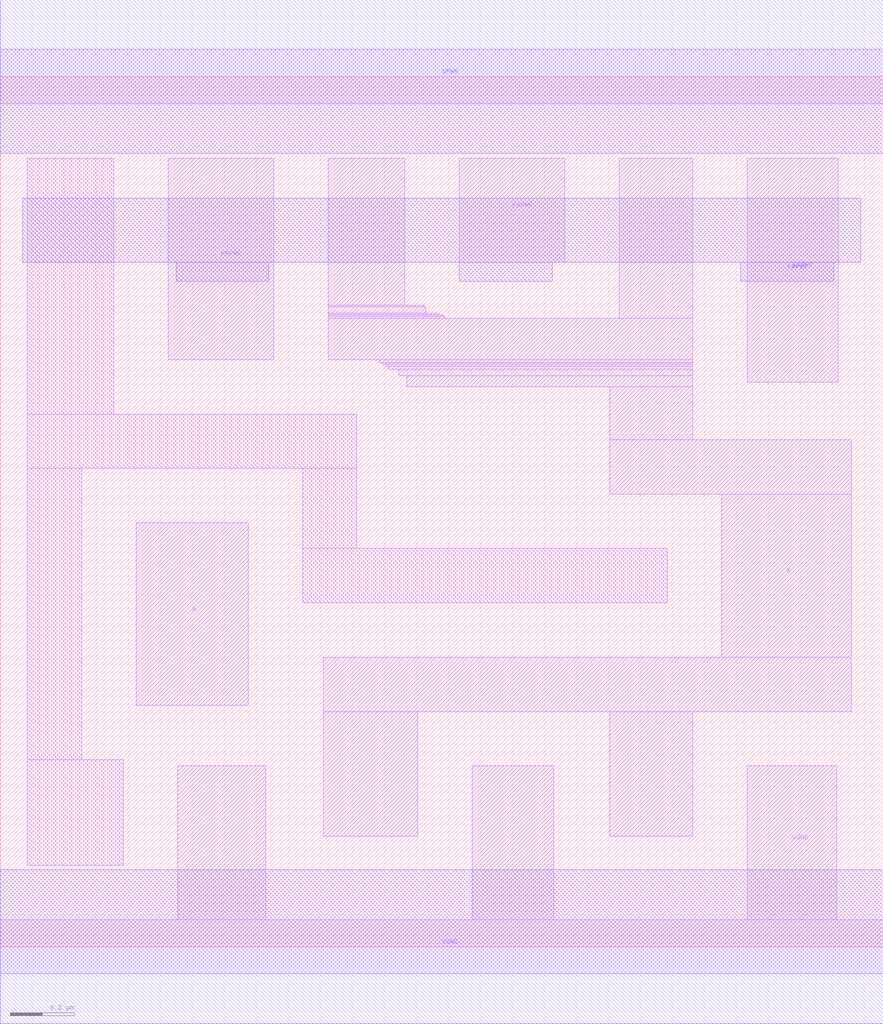
<source format=lef>
# Copyright 2020 The SkyWater PDK Authors
#
# Licensed under the Apache License, Version 2.0 (the "License");
# you may not use this file except in compliance with the License.
# You may obtain a copy of the License at
#
#     https://www.apache.org/licenses/LICENSE-2.0
#
# Unless required by applicable law or agreed to in writing, software
# distributed under the License is distributed on an "AS IS" BASIS,
# WITHOUT WARRANTIES OR CONDITIONS OF ANY KIND, either express or implied.
# See the License for the specific language governing permissions and
# limitations under the License.
#
# SPDX-License-Identifier: Apache-2.0

VERSION 5.5 ;
NAMESCASESENSITIVE ON ;
BUSBITCHARS "[]" ;
DIVIDERCHAR "/" ;
MACRO sky130_fd_sc_hd__lpflow_clkbufkapwr_4
  CLASS CORE ;
  SOURCE USER ;
  ORIGIN  0.000000  0.000000 ;
  SIZE  2.760000 BY  2.720000 ;
  SYMMETRY X Y R90 ;
  SITE unithd ;
  PIN A
    ANTENNAGATEAREA  0.213000 ;
    DIRECTION INPUT ;
    USE SIGNAL ;
    PORT
      LAYER li1 ;
        RECT 0.425000 0.755000 0.775000 1.325000 ;
    END
  END A
  PIN X
    ANTENNADIFFAREA  0.795200 ;
    DIRECTION OUTPUT ;
    USE SIGNAL ;
    PORT
      LAYER li1 ;
        RECT 1.010000 0.345000 1.305000 0.735000 ;
        RECT 1.010000 0.735000 2.660000 0.905000 ;
        RECT 1.025000 1.835000 2.165000 1.965000 ;
        RECT 1.025000 1.965000 1.390000 1.970000 ;
        RECT 1.025000 1.970000 1.385000 1.975000 ;
        RECT 1.025000 1.975000 1.370000 1.980000 ;
        RECT 1.025000 1.980000 1.330000 2.000000 ;
        RECT 1.025000 2.000000 1.325000 2.005000 ;
        RECT 1.025000 2.005000 1.265000 2.465000 ;
        RECT 1.185000 1.825000 2.165000 1.835000 ;
        RECT 1.195000 1.820000 2.165000 1.825000 ;
        RECT 1.205000 1.815000 2.165000 1.820000 ;
        RECT 1.215000 1.805000 2.165000 1.815000 ;
        RECT 1.245000 1.785000 2.165000 1.805000 ;
        RECT 1.270000 1.750000 2.165000 1.785000 ;
        RECT 1.905000 0.345000 2.165000 0.735000 ;
        RECT 1.905000 1.415000 2.660000 1.585000 ;
        RECT 1.905000 1.585000 2.165000 1.750000 ;
        RECT 1.935000 1.965000 2.165000 2.465000 ;
        RECT 2.255000 0.905000 2.660000 1.415000 ;
    END
  END X
  PIN KAPWR
    DIRECTION INOUT ;
    SHAPE ABUTMENT ;
    USE POWER ;
    PORT
      LAYER li1 ;
        RECT 0.525000 1.835000 0.855000 2.465000 ;
    END
    PORT
      LAYER li1 ;
        RECT 1.435000 2.140000 1.765000 2.465000 ;
    END
    PORT
      LAYER li1 ;
        RECT 2.335000 1.765000 2.620000 2.465000 ;
    END
    PORT
      LAYER met1 ;
        RECT 0.070000 2.140000 2.690000 2.340000 ;
        RECT 0.550000 2.080000 0.840000 2.140000 ;
        RECT 1.435000 2.080000 1.725000 2.140000 ;
        RECT 2.315000 2.080000 2.605000 2.140000 ;
    END
  END KAPWR
  PIN VGND
    DIRECTION INOUT ;
    SHAPE ABUTMENT ;
    USE GROUND ;
    PORT
      LAYER li1 ;
        RECT 0.000000 -0.085000 2.760000 0.085000 ;
        RECT 0.555000  0.085000 0.830000 0.565000 ;
        RECT 1.475000  0.085000 1.730000 0.565000 ;
        RECT 2.335000  0.085000 2.615000 0.565000 ;
    END
    PORT
      LAYER met1 ;
        RECT 0.000000 -0.240000 2.760000 0.240000 ;
    END
  END VGND
  PIN VPWR
    DIRECTION INOUT ;
    SHAPE ABUTMENT ;
    USE POWER ;
    PORT
      LAYER li1 ;
        RECT 0.000000 2.635000 2.760000 2.805000 ;
    END
    PORT
      LAYER met1 ;
        RECT 0.000000 2.480000 2.760000 2.960000 ;
    END
  END VPWR
  OBS
    LAYER li1 ;
      RECT 0.085000 0.255000 0.385000 0.585000 ;
      RECT 0.085000 0.585000 0.255000 1.495000 ;
      RECT 0.085000 1.495000 1.115000 1.665000 ;
      RECT 0.085000 1.665000 0.355000 2.465000 ;
      RECT 0.945000 1.075000 2.085000 1.245000 ;
      RECT 0.945000 1.245000 1.115000 1.495000 ;
  END
END sky130_fd_sc_hd__lpflow_clkbufkapwr_4
END LIBRARY

</source>
